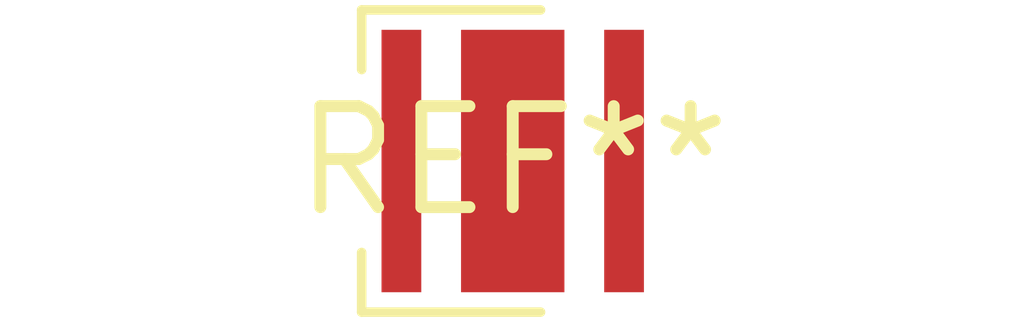
<source format=kicad_pcb>
(kicad_pcb (version 20240108) (generator pcbnew)
  (layers (0 "F.Cu" signal) (31 "B.Cu" signal) (34 "B.Paste" user) (35 "F.Paste" user) (36 "B.SilkS" user "B.Silkscreen") (37 "F.SilkS" user "F.Silkscreen") (38 "B.Mask" user) (39 "F.Mask" user) (44 "Edge.Cuts" user))
  (net 0 "")
  (footprint "LED_Cree-XP" (layer "F.Cu") (at 0 0)
    (property "Reference" "REF**")
    (property "Value" "LED_Cree-XP")
    (fp_line (start -1.9 -1.9) (end -1.9 -1.15) (layer "F.SilkS") (stroke (width 0.12)))
    (fp_line (start -1.9 1.9) (end -1.9 1.15) (layer "F.SilkS") (stroke (width 0.12)))
    (fp_line (start 0.35 -1.9) (end -1.9 -1.9) (layer "F.SilkS") (stroke (width 0.12)))
    (fp_line (start 0.35 1.9) (end -1.9 1.9) (layer "F.SilkS") (stroke (width 0.12)))
    (pad "1" smd rect (at -1.4 0) (size 0.5 3.3) (layers "F.Cu" "F.Paste" "F.Mask"))
    (pad "2" smd rect (at 1.4 0) (size 0.5 3.3) (layers "F.Cu" "F.Paste" "F.Mask"))
    (pad "3" smd rect (at 0 0) (size 1.3 3.3) (layers "F.Cu" "F.Mask"))
  )
)
</source>
